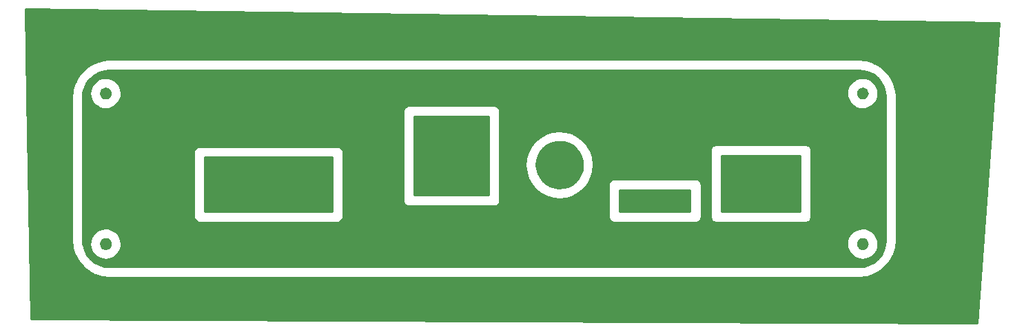
<source format=gbr>
%TF.GenerationSoftware,KiCad,Pcbnew,5.0.2+dfsg1-1*%
%TF.CreationDate,2021-08-12T08:10:28+08:00*%
%TF.ProjectId,shell_1,7368656c-6c5f-4312-9e6b-696361645f70,rev?*%
%TF.SameCoordinates,Original*%
%TF.FileFunction,Copper,L1,Top*%
%TF.FilePolarity,Positive*%
%FSLAX46Y46*%
G04 Gerber Fmt 4.6, Leading zero omitted, Abs format (unit mm)*
G04 Created by KiCad (PCBNEW 5.0.2+dfsg1-1) date 2021年08月12日 星期四 08时10分28秒*
%MOMM*%
%LPD*%
G01*
G04 APERTURE LIST*
%TA.AperFunction,NonConductor*%
%ADD10C,0.254000*%
%TD*%
G04 APERTURE END LIST*
D10*
G36*
X213274410Y-94816306D02*
X210600301Y-131749284D01*
X94308041Y-131242343D01*
X93838410Y-103967582D01*
X99340000Y-103967582D01*
X99340001Y-121532419D01*
X99342988Y-121562744D01*
X99342813Y-121587743D01*
X99343713Y-121596914D01*
X99425315Y-122373302D01*
X99437338Y-122431871D01*
X99448551Y-122490657D01*
X99451215Y-122499479D01*
X99682063Y-123245229D01*
X99705238Y-123300359D01*
X99727652Y-123355838D01*
X99731979Y-123363974D01*
X100103282Y-124050684D01*
X100136727Y-124100268D01*
X100169487Y-124150331D01*
X100175311Y-124157472D01*
X100672924Y-124758983D01*
X100715376Y-124801140D01*
X100757223Y-124843873D01*
X100764318Y-124849741D01*
X100764324Y-124849747D01*
X100764331Y-124849751D01*
X101369294Y-125343148D01*
X101419087Y-125376230D01*
X101468476Y-125410048D01*
X101476583Y-125414430D01*
X102165867Y-125780930D01*
X102221182Y-125803729D01*
X102276154Y-125827290D01*
X102284957Y-125830015D01*
X103032302Y-126055652D01*
X103091011Y-126067277D01*
X103149494Y-126079708D01*
X103158657Y-126080671D01*
X103158659Y-126080671D01*
X103935596Y-126156850D01*
X103935598Y-126156850D01*
X103967581Y-126160000D01*
X196032419Y-126160000D01*
X196062753Y-126157012D01*
X196087743Y-126157187D01*
X196096914Y-126156287D01*
X196873302Y-126074685D01*
X196931871Y-126062662D01*
X196990657Y-126051449D01*
X196999479Y-126048785D01*
X197745229Y-125817937D01*
X197800359Y-125794762D01*
X197855838Y-125772348D01*
X197863974Y-125768021D01*
X198550684Y-125396718D01*
X198600268Y-125363273D01*
X198650331Y-125330513D01*
X198657472Y-125324689D01*
X199258983Y-124827076D01*
X199301140Y-124784624D01*
X199343873Y-124742777D01*
X199349741Y-124735682D01*
X199349747Y-124735676D01*
X199349751Y-124735669D01*
X199843148Y-124130706D01*
X199876230Y-124080913D01*
X199910048Y-124031524D01*
X199914430Y-124023417D01*
X200280930Y-123334133D01*
X200303729Y-123278818D01*
X200327290Y-123223846D01*
X200330015Y-123215043D01*
X200555652Y-122467698D01*
X200567277Y-122408989D01*
X200579708Y-122350506D01*
X200580671Y-122341341D01*
X200656850Y-121564404D01*
X200656850Y-121564402D01*
X200660000Y-121532419D01*
X200660000Y-103967581D01*
X200657012Y-103937247D01*
X200657187Y-103912257D01*
X200656287Y-103903086D01*
X200574685Y-103126699D01*
X200562658Y-103068106D01*
X200551448Y-103009342D01*
X200548785Y-103000520D01*
X200317937Y-102254771D01*
X200294749Y-102199608D01*
X200272347Y-102144162D01*
X200268021Y-102136026D01*
X199896718Y-101449316D01*
X199863279Y-101399741D01*
X199830514Y-101349670D01*
X199824689Y-101342529D01*
X199327076Y-100741017D01*
X199284621Y-100698858D01*
X199242776Y-100656127D01*
X199235676Y-100650253D01*
X198630705Y-100156852D01*
X198580904Y-100123764D01*
X198531524Y-100089953D01*
X198523418Y-100085570D01*
X197834133Y-99719071D01*
X197778839Y-99696280D01*
X197723846Y-99672710D01*
X197715043Y-99669985D01*
X196967698Y-99444348D01*
X196908995Y-99432725D01*
X196850506Y-99420292D01*
X196841342Y-99419329D01*
X196064404Y-99343150D01*
X196064402Y-99343150D01*
X196032419Y-99340000D01*
X103967581Y-99340000D01*
X103937247Y-99342988D01*
X103912257Y-99342813D01*
X103903086Y-99343713D01*
X103126699Y-99425315D01*
X103068106Y-99437342D01*
X103009342Y-99448552D01*
X103000520Y-99451215D01*
X102254771Y-99682063D01*
X102199608Y-99705251D01*
X102144162Y-99727653D01*
X102136026Y-99731979D01*
X101449316Y-100103282D01*
X101399741Y-100136721D01*
X101349670Y-100169486D01*
X101342529Y-100175311D01*
X100741017Y-100672924D01*
X100698863Y-100715374D01*
X100656127Y-100757224D01*
X100650253Y-100764324D01*
X100156852Y-101369295D01*
X100123764Y-101419096D01*
X100089953Y-101468476D01*
X100085570Y-101476582D01*
X99719071Y-102165867D01*
X99696280Y-102221161D01*
X99672710Y-102276154D01*
X99669985Y-102284957D01*
X99444348Y-103032302D01*
X99432725Y-103091005D01*
X99420292Y-103149494D01*
X99419329Y-103158658D01*
X99343150Y-103935596D01*
X99340000Y-103967582D01*
X93838410Y-103967582D01*
X93652037Y-93143620D01*
X213274410Y-94816306D01*
X213274410Y-94816306D01*
G37*
X213274410Y-94816306D02*
X210600301Y-131749284D01*
X94308041Y-131242343D01*
X93838410Y-103967582D01*
X99340000Y-103967582D01*
X99340001Y-121532419D01*
X99342988Y-121562744D01*
X99342813Y-121587743D01*
X99343713Y-121596914D01*
X99425315Y-122373302D01*
X99437338Y-122431871D01*
X99448551Y-122490657D01*
X99451215Y-122499479D01*
X99682063Y-123245229D01*
X99705238Y-123300359D01*
X99727652Y-123355838D01*
X99731979Y-123363974D01*
X100103282Y-124050684D01*
X100136727Y-124100268D01*
X100169487Y-124150331D01*
X100175311Y-124157472D01*
X100672924Y-124758983D01*
X100715376Y-124801140D01*
X100757223Y-124843873D01*
X100764318Y-124849741D01*
X100764324Y-124849747D01*
X100764331Y-124849751D01*
X101369294Y-125343148D01*
X101419087Y-125376230D01*
X101468476Y-125410048D01*
X101476583Y-125414430D01*
X102165867Y-125780930D01*
X102221182Y-125803729D01*
X102276154Y-125827290D01*
X102284957Y-125830015D01*
X103032302Y-126055652D01*
X103091011Y-126067277D01*
X103149494Y-126079708D01*
X103158657Y-126080671D01*
X103158659Y-126080671D01*
X103935596Y-126156850D01*
X103935598Y-126156850D01*
X103967581Y-126160000D01*
X196032419Y-126160000D01*
X196062753Y-126157012D01*
X196087743Y-126157187D01*
X196096914Y-126156287D01*
X196873302Y-126074685D01*
X196931871Y-126062662D01*
X196990657Y-126051449D01*
X196999479Y-126048785D01*
X197745229Y-125817937D01*
X197800359Y-125794762D01*
X197855838Y-125772348D01*
X197863974Y-125768021D01*
X198550684Y-125396718D01*
X198600268Y-125363273D01*
X198650331Y-125330513D01*
X198657472Y-125324689D01*
X199258983Y-124827076D01*
X199301140Y-124784624D01*
X199343873Y-124742777D01*
X199349741Y-124735682D01*
X199349747Y-124735676D01*
X199349751Y-124735669D01*
X199843148Y-124130706D01*
X199876230Y-124080913D01*
X199910048Y-124031524D01*
X199914430Y-124023417D01*
X200280930Y-123334133D01*
X200303729Y-123278818D01*
X200327290Y-123223846D01*
X200330015Y-123215043D01*
X200555652Y-122467698D01*
X200567277Y-122408989D01*
X200579708Y-122350506D01*
X200580671Y-122341341D01*
X200656850Y-121564404D01*
X200656850Y-121564402D01*
X200660000Y-121532419D01*
X200660000Y-103967581D01*
X200657012Y-103937247D01*
X200657187Y-103912257D01*
X200656287Y-103903086D01*
X200574685Y-103126699D01*
X200562658Y-103068106D01*
X200551448Y-103009342D01*
X200548785Y-103000520D01*
X200317937Y-102254771D01*
X200294749Y-102199608D01*
X200272347Y-102144162D01*
X200268021Y-102136026D01*
X199896718Y-101449316D01*
X199863279Y-101399741D01*
X199830514Y-101349670D01*
X199824689Y-101342529D01*
X199327076Y-100741017D01*
X199284621Y-100698858D01*
X199242776Y-100656127D01*
X199235676Y-100650253D01*
X198630705Y-100156852D01*
X198580904Y-100123764D01*
X198531524Y-100089953D01*
X198523418Y-100085570D01*
X197834133Y-99719071D01*
X197778839Y-99696280D01*
X197723846Y-99672710D01*
X197715043Y-99669985D01*
X196967698Y-99444348D01*
X196908995Y-99432725D01*
X196850506Y-99420292D01*
X196841342Y-99419329D01*
X196064404Y-99343150D01*
X196064402Y-99343150D01*
X196032419Y-99340000D01*
X103967581Y-99340000D01*
X103937247Y-99342988D01*
X103912257Y-99342813D01*
X103903086Y-99343713D01*
X103126699Y-99425315D01*
X103068106Y-99437342D01*
X103009342Y-99448552D01*
X103000520Y-99451215D01*
X102254771Y-99682063D01*
X102199608Y-99705251D01*
X102144162Y-99727653D01*
X102136026Y-99731979D01*
X101449316Y-100103282D01*
X101399741Y-100136721D01*
X101349670Y-100169486D01*
X101342529Y-100175311D01*
X100741017Y-100672924D01*
X100698863Y-100715374D01*
X100656127Y-100757224D01*
X100650253Y-100764324D01*
X100156852Y-101369295D01*
X100123764Y-101419096D01*
X100089953Y-101468476D01*
X100085570Y-101476582D01*
X99719071Y-102165867D01*
X99696280Y-102221161D01*
X99672710Y-102276154D01*
X99669985Y-102284957D01*
X99444348Y-103032302D01*
X99432725Y-103091005D01*
X99420292Y-103149494D01*
X99419329Y-103158658D01*
X99343150Y-103935596D01*
X99340000Y-103967582D01*
X93838410Y-103967582D01*
X93652037Y-93143620D01*
X213274410Y-94816306D01*
G36*
X196648126Y-100726714D02*
X197271572Y-100914943D01*
X197846579Y-101220681D01*
X198351247Y-101632279D01*
X198766362Y-102134067D01*
X199076105Y-102706924D01*
X199268682Y-103329039D01*
X199340001Y-104007594D01*
X199340000Y-121467721D01*
X199273286Y-122148126D01*
X199085057Y-122771570D01*
X198779323Y-123346573D01*
X198367721Y-123851248D01*
X197865933Y-124266362D01*
X197293077Y-124576104D01*
X196670961Y-124768682D01*
X195992417Y-124840000D01*
X104032279Y-124840000D01*
X103351874Y-124773286D01*
X102728430Y-124585057D01*
X102153427Y-124279323D01*
X101648752Y-123867721D01*
X101233638Y-123365933D01*
X100923896Y-122793077D01*
X100731318Y-122170961D01*
X100716182Y-122026947D01*
X101570188Y-122026947D01*
X101612175Y-122401270D01*
X101726069Y-122760308D01*
X101907531Y-123090386D01*
X102149650Y-123378932D01*
X102443203Y-123614955D01*
X102777009Y-123789465D01*
X103138354Y-123895814D01*
X103513474Y-123929953D01*
X103888080Y-123890580D01*
X104247905Y-123779196D01*
X104579242Y-123600043D01*
X104869472Y-123359944D01*
X105107538Y-123068046D01*
X105284374Y-122735466D01*
X105393243Y-122374872D01*
X105427357Y-122026947D01*
X194570188Y-122026947D01*
X194612175Y-122401270D01*
X194726069Y-122760308D01*
X194907531Y-123090386D01*
X195149650Y-123378932D01*
X195443203Y-123614955D01*
X195777009Y-123789465D01*
X196138354Y-123895814D01*
X196513474Y-123929953D01*
X196888080Y-123890580D01*
X197247905Y-123779196D01*
X197579242Y-123600043D01*
X197869472Y-123359944D01*
X198107538Y-123068046D01*
X198284374Y-122735466D01*
X198393243Y-122374872D01*
X198430000Y-122000000D01*
X198429248Y-121946111D01*
X198382038Y-121572411D01*
X198263143Y-121214998D01*
X198077090Y-120887486D01*
X197830966Y-120602348D01*
X197534146Y-120370447D01*
X197197935Y-120200615D01*
X196835141Y-120099321D01*
X196459581Y-120070423D01*
X196085561Y-120115023D01*
X195727326Y-120231420D01*
X195398523Y-120415182D01*
X195111674Y-120659309D01*
X194877706Y-120954503D01*
X194705531Y-121289520D01*
X194601707Y-121651598D01*
X194570188Y-122026947D01*
X105427357Y-122026947D01*
X105430000Y-122000000D01*
X105429248Y-121946111D01*
X105382038Y-121572411D01*
X105263143Y-121214998D01*
X105077090Y-120887486D01*
X104830966Y-120602348D01*
X104534146Y-120370447D01*
X104197935Y-120200615D01*
X103835141Y-120099321D01*
X103459581Y-120070423D01*
X103085561Y-120115023D01*
X102727326Y-120231420D01*
X102398523Y-120415182D01*
X102111674Y-120659309D01*
X101877706Y-120954503D01*
X101705531Y-121289520D01*
X101601707Y-121651598D01*
X101570188Y-122026947D01*
X100716182Y-122026947D01*
X100660000Y-121492417D01*
X100660000Y-110700000D01*
X114336807Y-110700000D01*
X114340000Y-110732419D01*
X114340001Y-118667571D01*
X114336807Y-118700000D01*
X114349550Y-118829383D01*
X114387290Y-118953793D01*
X114448575Y-119068450D01*
X114531052Y-119168948D01*
X114631550Y-119251425D01*
X114746207Y-119312710D01*
X114870617Y-119350450D01*
X114967581Y-119360000D01*
X115000000Y-119363193D01*
X115032419Y-119360000D01*
X131967581Y-119360000D01*
X132000000Y-119363193D01*
X132032419Y-119360000D01*
X132129383Y-119350450D01*
X132253793Y-119312710D01*
X132368450Y-119251425D01*
X132468948Y-119168948D01*
X132551425Y-119068450D01*
X132612710Y-118953793D01*
X132650450Y-118829383D01*
X132663193Y-118700000D01*
X132660000Y-118667581D01*
X132660000Y-110732419D01*
X132663193Y-110700000D01*
X132650450Y-110570617D01*
X132612710Y-110446207D01*
X132551425Y-110331550D01*
X132468948Y-110231052D01*
X132368450Y-110148575D01*
X132253793Y-110087290D01*
X132129383Y-110049550D01*
X132032419Y-110040000D01*
X132000000Y-110036807D01*
X131967581Y-110040000D01*
X115032419Y-110040000D01*
X115000000Y-110036807D01*
X114967581Y-110040000D01*
X114870617Y-110049550D01*
X114746207Y-110087290D01*
X114631550Y-110148575D01*
X114531052Y-110231052D01*
X114448575Y-110331550D01*
X114387290Y-110446207D01*
X114349550Y-110570617D01*
X114336807Y-110700000D01*
X100660000Y-110700000D01*
X100660000Y-105700000D01*
X140061686Y-105700000D01*
X140065001Y-105733657D01*
X140065000Y-116666353D01*
X140061686Y-116700000D01*
X140074912Y-116834283D01*
X140114081Y-116963406D01*
X140177688Y-117082407D01*
X140263289Y-117186711D01*
X140367593Y-117272312D01*
X140486594Y-117335919D01*
X140615717Y-117375088D01*
X140750000Y-117388314D01*
X140783647Y-117385000D01*
X151216353Y-117385000D01*
X151250000Y-117388314D01*
X151384283Y-117375088D01*
X151513406Y-117335919D01*
X151632407Y-117272312D01*
X151736711Y-117186711D01*
X151822312Y-117082407D01*
X151885919Y-116963406D01*
X151925088Y-116834283D01*
X151935000Y-116733647D01*
X151935000Y-116733646D01*
X151938314Y-116700000D01*
X151935000Y-116666353D01*
X151935000Y-112358362D01*
X155080407Y-112358362D01*
X155171343Y-113169071D01*
X155418014Y-113946677D01*
X155811026Y-114661562D01*
X156335407Y-115286496D01*
X156971186Y-115797675D01*
X157694144Y-116175629D01*
X158476746Y-116405961D01*
X159289182Y-116479898D01*
X160100506Y-116394625D01*
X160879815Y-116153388D01*
X161597426Y-115765377D01*
X162226006Y-115245371D01*
X162670799Y-114700000D01*
X165311686Y-114700000D01*
X165315000Y-114733647D01*
X165315001Y-118666343D01*
X165311686Y-118700000D01*
X165324912Y-118834283D01*
X165364081Y-118963406D01*
X165427688Y-119082407D01*
X165513289Y-119186711D01*
X165617593Y-119272312D01*
X165736594Y-119335919D01*
X165865717Y-119375088D01*
X165966353Y-119385000D01*
X166000000Y-119388314D01*
X166033647Y-119385000D01*
X175966353Y-119385000D01*
X176000000Y-119388314D01*
X176134283Y-119375088D01*
X176263406Y-119335919D01*
X176382407Y-119272312D01*
X176486711Y-119186711D01*
X176572312Y-119082407D01*
X176635919Y-118963406D01*
X176675088Y-118834283D01*
X176685000Y-118733647D01*
X176685000Y-118733646D01*
X176688314Y-118700000D01*
X176685000Y-118666353D01*
X176685000Y-114733647D01*
X176688314Y-114700000D01*
X176675088Y-114565717D01*
X176635919Y-114436594D01*
X176572312Y-114317593D01*
X176486711Y-114213289D01*
X176382407Y-114127688D01*
X176263406Y-114064081D01*
X176134283Y-114024912D01*
X176033647Y-114015000D01*
X176000000Y-114011686D01*
X175966353Y-114015000D01*
X166033647Y-114015000D01*
X166000000Y-114011686D01*
X165966353Y-114015000D01*
X165865717Y-114024912D01*
X165736594Y-114064081D01*
X165617593Y-114127688D01*
X165513289Y-114213289D01*
X165427688Y-114317593D01*
X165364081Y-114436594D01*
X165324912Y-114565717D01*
X165311686Y-114700000D01*
X162670799Y-114700000D01*
X162741611Y-114613177D01*
X163124602Y-113892874D01*
X163360393Y-113111900D01*
X163440000Y-112300000D01*
X163438370Y-112183288D01*
X163336124Y-111373927D01*
X163078620Y-110599841D01*
X163021903Y-110500000D01*
X177811686Y-110500000D01*
X177815001Y-110533657D01*
X177815000Y-118666353D01*
X177811686Y-118700000D01*
X177824912Y-118834283D01*
X177864081Y-118963406D01*
X177927688Y-119082407D01*
X178013289Y-119186711D01*
X178117593Y-119272312D01*
X178236594Y-119335919D01*
X178365717Y-119375088D01*
X178500000Y-119388314D01*
X178533647Y-119385000D01*
X189466353Y-119385000D01*
X189500000Y-119388314D01*
X189634283Y-119375088D01*
X189763406Y-119335919D01*
X189882407Y-119272312D01*
X189986711Y-119186711D01*
X190072312Y-119082407D01*
X190135919Y-118963406D01*
X190175088Y-118834283D01*
X190185000Y-118733647D01*
X190185000Y-118733646D01*
X190188314Y-118700000D01*
X190185000Y-118666353D01*
X190185000Y-110533647D01*
X190188314Y-110500000D01*
X190175088Y-110365717D01*
X190135919Y-110236594D01*
X190072312Y-110117593D01*
X189986711Y-110013289D01*
X189882407Y-109927688D01*
X189763406Y-109864081D01*
X189634283Y-109824912D01*
X189533647Y-109815000D01*
X189500000Y-109811686D01*
X189466353Y-109815000D01*
X178533647Y-109815000D01*
X178500000Y-109811686D01*
X178466353Y-109815000D01*
X178365717Y-109824912D01*
X178236594Y-109864081D01*
X178117593Y-109927688D01*
X178013289Y-110013289D01*
X177927688Y-110117593D01*
X177864081Y-110236594D01*
X177824912Y-110365717D01*
X177811686Y-110500000D01*
X163021903Y-110500000D01*
X162675666Y-109890513D01*
X162142610Y-109272962D01*
X161499756Y-108770709D01*
X160771591Y-108402887D01*
X159985849Y-108183504D01*
X159172461Y-108120917D01*
X158362406Y-108217510D01*
X157586541Y-108469604D01*
X156874417Y-108867596D01*
X156253160Y-109396328D01*
X155746432Y-110035660D01*
X155373534Y-110761239D01*
X155148671Y-111545430D01*
X155080407Y-112358362D01*
X151935000Y-112358362D01*
X151935000Y-105733647D01*
X151938314Y-105700000D01*
X151925088Y-105565717D01*
X151885919Y-105436594D01*
X151822312Y-105317593D01*
X151736711Y-105213289D01*
X151632407Y-105127688D01*
X151513406Y-105064081D01*
X151384283Y-105024912D01*
X151283647Y-105015000D01*
X151250000Y-105011686D01*
X151216353Y-105015000D01*
X140783647Y-105015000D01*
X140750000Y-105011686D01*
X140716353Y-105015000D01*
X140615717Y-105024912D01*
X140486594Y-105064081D01*
X140367593Y-105127688D01*
X140263289Y-105213289D01*
X140177688Y-105317593D01*
X140114081Y-105436594D01*
X140074912Y-105565717D01*
X140061686Y-105700000D01*
X100660000Y-105700000D01*
X100660000Y-104032278D01*
X100709547Y-103526947D01*
X101570188Y-103526947D01*
X101612175Y-103901270D01*
X101726069Y-104260308D01*
X101907531Y-104590386D01*
X102149650Y-104878932D01*
X102443203Y-105114955D01*
X102777009Y-105289465D01*
X103138354Y-105395814D01*
X103513474Y-105429953D01*
X103888080Y-105390580D01*
X104247905Y-105279196D01*
X104579242Y-105100043D01*
X104869472Y-104859944D01*
X105107538Y-104568046D01*
X105284374Y-104235466D01*
X105393243Y-103874872D01*
X105427357Y-103526947D01*
X194570188Y-103526947D01*
X194612175Y-103901270D01*
X194726069Y-104260308D01*
X194907531Y-104590386D01*
X195149650Y-104878932D01*
X195443203Y-105114955D01*
X195777009Y-105289465D01*
X196138354Y-105395814D01*
X196513474Y-105429953D01*
X196888080Y-105390580D01*
X197247905Y-105279196D01*
X197579242Y-105100043D01*
X197869472Y-104859944D01*
X198107538Y-104568046D01*
X198284374Y-104235466D01*
X198393243Y-103874872D01*
X198430000Y-103500000D01*
X198429248Y-103446111D01*
X198382038Y-103072411D01*
X198263143Y-102714998D01*
X198077090Y-102387486D01*
X197830966Y-102102348D01*
X197534146Y-101870447D01*
X197197935Y-101700615D01*
X196835141Y-101599321D01*
X196459581Y-101570423D01*
X196085561Y-101615023D01*
X195727326Y-101731420D01*
X195398523Y-101915182D01*
X195111674Y-102159309D01*
X194877706Y-102454503D01*
X194705531Y-102789520D01*
X194601707Y-103151598D01*
X194570188Y-103526947D01*
X105427357Y-103526947D01*
X105430000Y-103500000D01*
X105429248Y-103446111D01*
X105382038Y-103072411D01*
X105263143Y-102714998D01*
X105077090Y-102387486D01*
X104830966Y-102102348D01*
X104534146Y-101870447D01*
X104197935Y-101700615D01*
X103835141Y-101599321D01*
X103459581Y-101570423D01*
X103085561Y-101615023D01*
X102727326Y-101731420D01*
X102398523Y-101915182D01*
X102111674Y-102159309D01*
X101877706Y-102454503D01*
X101705531Y-102789520D01*
X101601707Y-103151598D01*
X101570188Y-103526947D01*
X100709547Y-103526947D01*
X100726714Y-103351874D01*
X100914943Y-102728428D01*
X101220681Y-102153421D01*
X101632279Y-101648753D01*
X102134067Y-101233638D01*
X102706924Y-100923895D01*
X103329039Y-100731318D01*
X104007584Y-100660000D01*
X195967722Y-100660000D01*
X196648126Y-100726714D01*
X196648126Y-100726714D01*
G37*
X196648126Y-100726714D02*
X197271572Y-100914943D01*
X197846579Y-101220681D01*
X198351247Y-101632279D01*
X198766362Y-102134067D01*
X199076105Y-102706924D01*
X199268682Y-103329039D01*
X199340001Y-104007594D01*
X199340000Y-121467721D01*
X199273286Y-122148126D01*
X199085057Y-122771570D01*
X198779323Y-123346573D01*
X198367721Y-123851248D01*
X197865933Y-124266362D01*
X197293077Y-124576104D01*
X196670961Y-124768682D01*
X195992417Y-124840000D01*
X104032279Y-124840000D01*
X103351874Y-124773286D01*
X102728430Y-124585057D01*
X102153427Y-124279323D01*
X101648752Y-123867721D01*
X101233638Y-123365933D01*
X100923896Y-122793077D01*
X100731318Y-122170961D01*
X100716182Y-122026947D01*
X101570188Y-122026947D01*
X101612175Y-122401270D01*
X101726069Y-122760308D01*
X101907531Y-123090386D01*
X102149650Y-123378932D01*
X102443203Y-123614955D01*
X102777009Y-123789465D01*
X103138354Y-123895814D01*
X103513474Y-123929953D01*
X103888080Y-123890580D01*
X104247905Y-123779196D01*
X104579242Y-123600043D01*
X104869472Y-123359944D01*
X105107538Y-123068046D01*
X105284374Y-122735466D01*
X105393243Y-122374872D01*
X105427357Y-122026947D01*
X194570188Y-122026947D01*
X194612175Y-122401270D01*
X194726069Y-122760308D01*
X194907531Y-123090386D01*
X195149650Y-123378932D01*
X195443203Y-123614955D01*
X195777009Y-123789465D01*
X196138354Y-123895814D01*
X196513474Y-123929953D01*
X196888080Y-123890580D01*
X197247905Y-123779196D01*
X197579242Y-123600043D01*
X197869472Y-123359944D01*
X198107538Y-123068046D01*
X198284374Y-122735466D01*
X198393243Y-122374872D01*
X198430000Y-122000000D01*
X198429248Y-121946111D01*
X198382038Y-121572411D01*
X198263143Y-121214998D01*
X198077090Y-120887486D01*
X197830966Y-120602348D01*
X197534146Y-120370447D01*
X197197935Y-120200615D01*
X196835141Y-120099321D01*
X196459581Y-120070423D01*
X196085561Y-120115023D01*
X195727326Y-120231420D01*
X195398523Y-120415182D01*
X195111674Y-120659309D01*
X194877706Y-120954503D01*
X194705531Y-121289520D01*
X194601707Y-121651598D01*
X194570188Y-122026947D01*
X105427357Y-122026947D01*
X105430000Y-122000000D01*
X105429248Y-121946111D01*
X105382038Y-121572411D01*
X105263143Y-121214998D01*
X105077090Y-120887486D01*
X104830966Y-120602348D01*
X104534146Y-120370447D01*
X104197935Y-120200615D01*
X103835141Y-120099321D01*
X103459581Y-120070423D01*
X103085561Y-120115023D01*
X102727326Y-120231420D01*
X102398523Y-120415182D01*
X102111674Y-120659309D01*
X101877706Y-120954503D01*
X101705531Y-121289520D01*
X101601707Y-121651598D01*
X101570188Y-122026947D01*
X100716182Y-122026947D01*
X100660000Y-121492417D01*
X100660000Y-110700000D01*
X114336807Y-110700000D01*
X114340000Y-110732419D01*
X114340001Y-118667571D01*
X114336807Y-118700000D01*
X114349550Y-118829383D01*
X114387290Y-118953793D01*
X114448575Y-119068450D01*
X114531052Y-119168948D01*
X114631550Y-119251425D01*
X114746207Y-119312710D01*
X114870617Y-119350450D01*
X114967581Y-119360000D01*
X115000000Y-119363193D01*
X115032419Y-119360000D01*
X131967581Y-119360000D01*
X132000000Y-119363193D01*
X132032419Y-119360000D01*
X132129383Y-119350450D01*
X132253793Y-119312710D01*
X132368450Y-119251425D01*
X132468948Y-119168948D01*
X132551425Y-119068450D01*
X132612710Y-118953793D01*
X132650450Y-118829383D01*
X132663193Y-118700000D01*
X132660000Y-118667581D01*
X132660000Y-110732419D01*
X132663193Y-110700000D01*
X132650450Y-110570617D01*
X132612710Y-110446207D01*
X132551425Y-110331550D01*
X132468948Y-110231052D01*
X132368450Y-110148575D01*
X132253793Y-110087290D01*
X132129383Y-110049550D01*
X132032419Y-110040000D01*
X132000000Y-110036807D01*
X131967581Y-110040000D01*
X115032419Y-110040000D01*
X115000000Y-110036807D01*
X114967581Y-110040000D01*
X114870617Y-110049550D01*
X114746207Y-110087290D01*
X114631550Y-110148575D01*
X114531052Y-110231052D01*
X114448575Y-110331550D01*
X114387290Y-110446207D01*
X114349550Y-110570617D01*
X114336807Y-110700000D01*
X100660000Y-110700000D01*
X100660000Y-105700000D01*
X140061686Y-105700000D01*
X140065001Y-105733657D01*
X140065000Y-116666353D01*
X140061686Y-116700000D01*
X140074912Y-116834283D01*
X140114081Y-116963406D01*
X140177688Y-117082407D01*
X140263289Y-117186711D01*
X140367593Y-117272312D01*
X140486594Y-117335919D01*
X140615717Y-117375088D01*
X140750000Y-117388314D01*
X140783647Y-117385000D01*
X151216353Y-117385000D01*
X151250000Y-117388314D01*
X151384283Y-117375088D01*
X151513406Y-117335919D01*
X151632407Y-117272312D01*
X151736711Y-117186711D01*
X151822312Y-117082407D01*
X151885919Y-116963406D01*
X151925088Y-116834283D01*
X151935000Y-116733647D01*
X151935000Y-116733646D01*
X151938314Y-116700000D01*
X151935000Y-116666353D01*
X151935000Y-112358362D01*
X155080407Y-112358362D01*
X155171343Y-113169071D01*
X155418014Y-113946677D01*
X155811026Y-114661562D01*
X156335407Y-115286496D01*
X156971186Y-115797675D01*
X157694144Y-116175629D01*
X158476746Y-116405961D01*
X159289182Y-116479898D01*
X160100506Y-116394625D01*
X160879815Y-116153388D01*
X161597426Y-115765377D01*
X162226006Y-115245371D01*
X162670799Y-114700000D01*
X165311686Y-114700000D01*
X165315000Y-114733647D01*
X165315001Y-118666343D01*
X165311686Y-118700000D01*
X165324912Y-118834283D01*
X165364081Y-118963406D01*
X165427688Y-119082407D01*
X165513289Y-119186711D01*
X165617593Y-119272312D01*
X165736594Y-119335919D01*
X165865717Y-119375088D01*
X165966353Y-119385000D01*
X166000000Y-119388314D01*
X166033647Y-119385000D01*
X175966353Y-119385000D01*
X176000000Y-119388314D01*
X176134283Y-119375088D01*
X176263406Y-119335919D01*
X176382407Y-119272312D01*
X176486711Y-119186711D01*
X176572312Y-119082407D01*
X176635919Y-118963406D01*
X176675088Y-118834283D01*
X176685000Y-118733647D01*
X176685000Y-118733646D01*
X176688314Y-118700000D01*
X176685000Y-118666353D01*
X176685000Y-114733647D01*
X176688314Y-114700000D01*
X176675088Y-114565717D01*
X176635919Y-114436594D01*
X176572312Y-114317593D01*
X176486711Y-114213289D01*
X176382407Y-114127688D01*
X176263406Y-114064081D01*
X176134283Y-114024912D01*
X176033647Y-114015000D01*
X176000000Y-114011686D01*
X175966353Y-114015000D01*
X166033647Y-114015000D01*
X166000000Y-114011686D01*
X165966353Y-114015000D01*
X165865717Y-114024912D01*
X165736594Y-114064081D01*
X165617593Y-114127688D01*
X165513289Y-114213289D01*
X165427688Y-114317593D01*
X165364081Y-114436594D01*
X165324912Y-114565717D01*
X165311686Y-114700000D01*
X162670799Y-114700000D01*
X162741611Y-114613177D01*
X163124602Y-113892874D01*
X163360393Y-113111900D01*
X163440000Y-112300000D01*
X163438370Y-112183288D01*
X163336124Y-111373927D01*
X163078620Y-110599841D01*
X163021903Y-110500000D01*
X177811686Y-110500000D01*
X177815001Y-110533657D01*
X177815000Y-118666353D01*
X177811686Y-118700000D01*
X177824912Y-118834283D01*
X177864081Y-118963406D01*
X177927688Y-119082407D01*
X178013289Y-119186711D01*
X178117593Y-119272312D01*
X178236594Y-119335919D01*
X178365717Y-119375088D01*
X178500000Y-119388314D01*
X178533647Y-119385000D01*
X189466353Y-119385000D01*
X189500000Y-119388314D01*
X189634283Y-119375088D01*
X189763406Y-119335919D01*
X189882407Y-119272312D01*
X189986711Y-119186711D01*
X190072312Y-119082407D01*
X190135919Y-118963406D01*
X190175088Y-118834283D01*
X190185000Y-118733647D01*
X190185000Y-118733646D01*
X190188314Y-118700000D01*
X190185000Y-118666353D01*
X190185000Y-110533647D01*
X190188314Y-110500000D01*
X190175088Y-110365717D01*
X190135919Y-110236594D01*
X190072312Y-110117593D01*
X189986711Y-110013289D01*
X189882407Y-109927688D01*
X189763406Y-109864081D01*
X189634283Y-109824912D01*
X189533647Y-109815000D01*
X189500000Y-109811686D01*
X189466353Y-109815000D01*
X178533647Y-109815000D01*
X178500000Y-109811686D01*
X178466353Y-109815000D01*
X178365717Y-109824912D01*
X178236594Y-109864081D01*
X178117593Y-109927688D01*
X178013289Y-110013289D01*
X177927688Y-110117593D01*
X177864081Y-110236594D01*
X177824912Y-110365717D01*
X177811686Y-110500000D01*
X163021903Y-110500000D01*
X162675666Y-109890513D01*
X162142610Y-109272962D01*
X161499756Y-108770709D01*
X160771591Y-108402887D01*
X159985849Y-108183504D01*
X159172461Y-108120917D01*
X158362406Y-108217510D01*
X157586541Y-108469604D01*
X156874417Y-108867596D01*
X156253160Y-109396328D01*
X155746432Y-110035660D01*
X155373534Y-110761239D01*
X155148671Y-111545430D01*
X155080407Y-112358362D01*
X151935000Y-112358362D01*
X151935000Y-105733647D01*
X151938314Y-105700000D01*
X151925088Y-105565717D01*
X151885919Y-105436594D01*
X151822312Y-105317593D01*
X151736711Y-105213289D01*
X151632407Y-105127688D01*
X151513406Y-105064081D01*
X151384283Y-105024912D01*
X151283647Y-105015000D01*
X151250000Y-105011686D01*
X151216353Y-105015000D01*
X140783647Y-105015000D01*
X140750000Y-105011686D01*
X140716353Y-105015000D01*
X140615717Y-105024912D01*
X140486594Y-105064081D01*
X140367593Y-105127688D01*
X140263289Y-105213289D01*
X140177688Y-105317593D01*
X140114081Y-105436594D01*
X140074912Y-105565717D01*
X140061686Y-105700000D01*
X100660000Y-105700000D01*
X100660000Y-104032278D01*
X100709547Y-103526947D01*
X101570188Y-103526947D01*
X101612175Y-103901270D01*
X101726069Y-104260308D01*
X101907531Y-104590386D01*
X102149650Y-104878932D01*
X102443203Y-105114955D01*
X102777009Y-105289465D01*
X103138354Y-105395814D01*
X103513474Y-105429953D01*
X103888080Y-105390580D01*
X104247905Y-105279196D01*
X104579242Y-105100043D01*
X104869472Y-104859944D01*
X105107538Y-104568046D01*
X105284374Y-104235466D01*
X105393243Y-103874872D01*
X105427357Y-103526947D01*
X194570188Y-103526947D01*
X194612175Y-103901270D01*
X194726069Y-104260308D01*
X194907531Y-104590386D01*
X195149650Y-104878932D01*
X195443203Y-105114955D01*
X195777009Y-105289465D01*
X196138354Y-105395814D01*
X196513474Y-105429953D01*
X196888080Y-105390580D01*
X197247905Y-105279196D01*
X197579242Y-105100043D01*
X197869472Y-104859944D01*
X198107538Y-104568046D01*
X198284374Y-104235466D01*
X198393243Y-103874872D01*
X198430000Y-103500000D01*
X198429248Y-103446111D01*
X198382038Y-103072411D01*
X198263143Y-102714998D01*
X198077090Y-102387486D01*
X197830966Y-102102348D01*
X197534146Y-101870447D01*
X197197935Y-101700615D01*
X196835141Y-101599321D01*
X196459581Y-101570423D01*
X196085561Y-101615023D01*
X195727326Y-101731420D01*
X195398523Y-101915182D01*
X195111674Y-102159309D01*
X194877706Y-102454503D01*
X194705531Y-102789520D01*
X194601707Y-103151598D01*
X194570188Y-103526947D01*
X105427357Y-103526947D01*
X105430000Y-103500000D01*
X105429248Y-103446111D01*
X105382038Y-103072411D01*
X105263143Y-102714998D01*
X105077090Y-102387486D01*
X104830966Y-102102348D01*
X104534146Y-101870447D01*
X104197935Y-101700615D01*
X103835141Y-101599321D01*
X103459581Y-101570423D01*
X103085561Y-101615023D01*
X102727326Y-101731420D01*
X102398523Y-101915182D01*
X102111674Y-102159309D01*
X101877706Y-102454503D01*
X101705531Y-102789520D01*
X101601707Y-103151598D01*
X101570188Y-103526947D01*
X100709547Y-103526947D01*
X100726714Y-103351874D01*
X100914943Y-102728428D01*
X101220681Y-102153421D01*
X101632279Y-101648753D01*
X102134067Y-101233638D01*
X102706924Y-100923895D01*
X103329039Y-100731318D01*
X104007584Y-100660000D01*
X195967722Y-100660000D01*
X196648126Y-100726714D01*
G36*
X103618636Y-121422051D02*
X103728634Y-121456101D01*
X103829924Y-121510868D01*
X103918647Y-121584266D01*
X103991424Y-121673499D01*
X104045482Y-121775168D01*
X104078764Y-121885402D01*
X104090000Y-122000000D01*
X104089770Y-122016474D01*
X104075338Y-122130714D01*
X104038992Y-122239975D01*
X103982115Y-122340095D01*
X103906876Y-122427261D01*
X103816138Y-122498153D01*
X103713358Y-122550071D01*
X103602452Y-122581037D01*
X103487644Y-122589871D01*
X103373306Y-122576237D01*
X103263794Y-122540654D01*
X103163279Y-122484478D01*
X103075590Y-122409848D01*
X103004066Y-122319608D01*
X102951432Y-122217193D01*
X102919693Y-122106506D01*
X102910058Y-121991762D01*
X102922893Y-121877332D01*
X102957710Y-121767574D01*
X103013183Y-121666669D01*
X103087199Y-121578461D01*
X103176938Y-121506309D01*
X103278982Y-121452962D01*
X103389445Y-121420451D01*
X103504119Y-121410014D01*
X103618636Y-121422051D01*
X103618636Y-121422051D01*
G37*
X103618636Y-121422051D02*
X103728634Y-121456101D01*
X103829924Y-121510868D01*
X103918647Y-121584266D01*
X103991424Y-121673499D01*
X104045482Y-121775168D01*
X104078764Y-121885402D01*
X104090000Y-122000000D01*
X104089770Y-122016474D01*
X104075338Y-122130714D01*
X104038992Y-122239975D01*
X103982115Y-122340095D01*
X103906876Y-122427261D01*
X103816138Y-122498153D01*
X103713358Y-122550071D01*
X103602452Y-122581037D01*
X103487644Y-122589871D01*
X103373306Y-122576237D01*
X103263794Y-122540654D01*
X103163279Y-122484478D01*
X103075590Y-122409848D01*
X103004066Y-122319608D01*
X102951432Y-122217193D01*
X102919693Y-122106506D01*
X102910058Y-121991762D01*
X102922893Y-121877332D01*
X102957710Y-121767574D01*
X103013183Y-121666669D01*
X103087199Y-121578461D01*
X103176938Y-121506309D01*
X103278982Y-121452962D01*
X103389445Y-121420451D01*
X103504119Y-121410014D01*
X103618636Y-121422051D01*
G36*
X196618636Y-121422051D02*
X196728634Y-121456101D01*
X196829924Y-121510868D01*
X196918647Y-121584266D01*
X196991424Y-121673499D01*
X197045482Y-121775168D01*
X197078764Y-121885402D01*
X197090000Y-122000000D01*
X197089770Y-122016474D01*
X197075338Y-122130714D01*
X197038992Y-122239975D01*
X196982115Y-122340095D01*
X196906876Y-122427261D01*
X196816138Y-122498153D01*
X196713358Y-122550071D01*
X196602452Y-122581037D01*
X196487644Y-122589871D01*
X196373306Y-122576237D01*
X196263794Y-122540654D01*
X196163279Y-122484478D01*
X196075590Y-122409848D01*
X196004066Y-122319608D01*
X195951432Y-122217193D01*
X195919693Y-122106506D01*
X195910058Y-121991762D01*
X195922893Y-121877332D01*
X195957710Y-121767574D01*
X196013183Y-121666669D01*
X196087199Y-121578461D01*
X196176938Y-121506309D01*
X196278982Y-121452962D01*
X196389445Y-121420451D01*
X196504119Y-121410014D01*
X196618636Y-121422051D01*
X196618636Y-121422051D01*
G37*
X196618636Y-121422051D02*
X196728634Y-121456101D01*
X196829924Y-121510868D01*
X196918647Y-121584266D01*
X196991424Y-121673499D01*
X197045482Y-121775168D01*
X197078764Y-121885402D01*
X197090000Y-122000000D01*
X197089770Y-122016474D01*
X197075338Y-122130714D01*
X197038992Y-122239975D01*
X196982115Y-122340095D01*
X196906876Y-122427261D01*
X196816138Y-122498153D01*
X196713358Y-122550071D01*
X196602452Y-122581037D01*
X196487644Y-122589871D01*
X196373306Y-122576237D01*
X196263794Y-122540654D01*
X196163279Y-122484478D01*
X196075590Y-122409848D01*
X196004066Y-122319608D01*
X195951432Y-122217193D01*
X195919693Y-122106506D01*
X195910058Y-121991762D01*
X195922893Y-121877332D01*
X195957710Y-121767574D01*
X196013183Y-121666669D01*
X196087199Y-121578461D01*
X196176938Y-121506309D01*
X196278982Y-121452962D01*
X196389445Y-121420451D01*
X196504119Y-121410014D01*
X196618636Y-121422051D01*
G36*
X175315001Y-118015000D02*
X166685000Y-118015000D01*
X166685000Y-115385000D01*
X175315000Y-115385000D01*
X175315001Y-118015000D01*
X175315001Y-118015000D01*
G37*
X175315001Y-118015000D02*
X166685000Y-118015000D01*
X166685000Y-115385000D01*
X175315000Y-115385000D01*
X175315001Y-118015000D01*
G36*
X188815001Y-118015000D02*
X179185000Y-118015000D01*
X179185000Y-111185000D01*
X188815000Y-111185000D01*
X188815001Y-118015000D01*
X188815001Y-118015000D01*
G37*
X188815001Y-118015000D02*
X179185000Y-118015000D01*
X179185000Y-111185000D01*
X188815000Y-111185000D01*
X188815001Y-118015000D01*
G36*
X131340000Y-118040000D02*
X115660000Y-118040000D01*
X115660000Y-111360000D01*
X131340001Y-111360000D01*
X131340000Y-118040000D01*
X131340000Y-118040000D01*
G37*
X131340000Y-118040000D02*
X115660000Y-118040000D01*
X115660000Y-111360000D01*
X131340001Y-111360000D01*
X131340000Y-118040000D01*
G36*
X150565001Y-116015000D02*
X141435000Y-116015000D01*
X141435000Y-106385000D01*
X150565000Y-106385000D01*
X150565001Y-116015000D01*
X150565001Y-116015000D01*
G37*
X150565001Y-116015000D02*
X141435000Y-116015000D01*
X141435000Y-106385000D01*
X150565000Y-106385000D01*
X150565001Y-116015000D01*
G36*
X159831061Y-109518006D02*
X160360544Y-109681909D01*
X160848108Y-109945533D01*
X161275181Y-110298839D01*
X161625496Y-110728368D01*
X161885711Y-111217760D01*
X162045913Y-111748374D01*
X162100000Y-112300000D01*
X162098893Y-112379297D01*
X162029424Y-112929198D01*
X161854469Y-113455132D01*
X161580692Y-113937068D01*
X161218520Y-114356648D01*
X160781748Y-114697891D01*
X160287014Y-114947800D01*
X159753161Y-115096854D01*
X159200524Y-115139377D01*
X158650152Y-115073749D01*
X158123009Y-114902470D01*
X157639173Y-114632064D01*
X157217075Y-114272830D01*
X156872791Y-113838451D01*
X156619435Y-113345474D01*
X156466657Y-112812674D01*
X156420277Y-112260347D01*
X156482061Y-111709531D01*
X156649656Y-111181205D01*
X156916678Y-110695494D01*
X157272956Y-110270898D01*
X157704920Y-109923589D01*
X158196117Y-109666798D01*
X158727837Y-109510304D01*
X159279827Y-109460069D01*
X159831061Y-109518006D01*
X159831061Y-109518006D01*
G37*
X159831061Y-109518006D02*
X160360544Y-109681909D01*
X160848108Y-109945533D01*
X161275181Y-110298839D01*
X161625496Y-110728368D01*
X161885711Y-111217760D01*
X162045913Y-111748374D01*
X162100000Y-112300000D01*
X162098893Y-112379297D01*
X162029424Y-112929198D01*
X161854469Y-113455132D01*
X161580692Y-113937068D01*
X161218520Y-114356648D01*
X160781748Y-114697891D01*
X160287014Y-114947800D01*
X159753161Y-115096854D01*
X159200524Y-115139377D01*
X158650152Y-115073749D01*
X158123009Y-114902470D01*
X157639173Y-114632064D01*
X157217075Y-114272830D01*
X156872791Y-113838451D01*
X156619435Y-113345474D01*
X156466657Y-112812674D01*
X156420277Y-112260347D01*
X156482061Y-111709531D01*
X156649656Y-111181205D01*
X156916678Y-110695494D01*
X157272956Y-110270898D01*
X157704920Y-109923589D01*
X158196117Y-109666798D01*
X158727837Y-109510304D01*
X159279827Y-109460069D01*
X159831061Y-109518006D01*
G36*
X103618636Y-102922051D02*
X103728634Y-102956101D01*
X103829924Y-103010868D01*
X103918647Y-103084266D01*
X103991424Y-103173499D01*
X104045482Y-103275168D01*
X104078764Y-103385402D01*
X104090000Y-103500000D01*
X104089770Y-103516474D01*
X104075338Y-103630714D01*
X104038992Y-103739975D01*
X103982115Y-103840095D01*
X103906876Y-103927261D01*
X103816138Y-103998153D01*
X103713358Y-104050071D01*
X103602452Y-104081037D01*
X103487644Y-104089871D01*
X103373306Y-104076237D01*
X103263794Y-104040654D01*
X103163279Y-103984478D01*
X103075590Y-103909848D01*
X103004066Y-103819608D01*
X102951432Y-103717193D01*
X102919693Y-103606506D01*
X102910058Y-103491762D01*
X102922893Y-103377332D01*
X102957710Y-103267574D01*
X103013183Y-103166669D01*
X103087199Y-103078461D01*
X103176938Y-103006309D01*
X103278982Y-102952962D01*
X103389445Y-102920451D01*
X103504119Y-102910014D01*
X103618636Y-102922051D01*
X103618636Y-102922051D01*
G37*
X103618636Y-102922051D02*
X103728634Y-102956101D01*
X103829924Y-103010868D01*
X103918647Y-103084266D01*
X103991424Y-103173499D01*
X104045482Y-103275168D01*
X104078764Y-103385402D01*
X104090000Y-103500000D01*
X104089770Y-103516474D01*
X104075338Y-103630714D01*
X104038992Y-103739975D01*
X103982115Y-103840095D01*
X103906876Y-103927261D01*
X103816138Y-103998153D01*
X103713358Y-104050071D01*
X103602452Y-104081037D01*
X103487644Y-104089871D01*
X103373306Y-104076237D01*
X103263794Y-104040654D01*
X103163279Y-103984478D01*
X103075590Y-103909848D01*
X103004066Y-103819608D01*
X102951432Y-103717193D01*
X102919693Y-103606506D01*
X102910058Y-103491762D01*
X102922893Y-103377332D01*
X102957710Y-103267574D01*
X103013183Y-103166669D01*
X103087199Y-103078461D01*
X103176938Y-103006309D01*
X103278982Y-102952962D01*
X103389445Y-102920451D01*
X103504119Y-102910014D01*
X103618636Y-102922051D01*
G36*
X196618636Y-102922051D02*
X196728634Y-102956101D01*
X196829924Y-103010868D01*
X196918647Y-103084266D01*
X196991424Y-103173499D01*
X197045482Y-103275168D01*
X197078764Y-103385402D01*
X197090000Y-103500000D01*
X197089770Y-103516474D01*
X197075338Y-103630714D01*
X197038992Y-103739975D01*
X196982115Y-103840095D01*
X196906876Y-103927261D01*
X196816138Y-103998153D01*
X196713358Y-104050071D01*
X196602452Y-104081037D01*
X196487644Y-104089871D01*
X196373306Y-104076237D01*
X196263794Y-104040654D01*
X196163279Y-103984478D01*
X196075590Y-103909848D01*
X196004066Y-103819608D01*
X195951432Y-103717193D01*
X195919693Y-103606506D01*
X195910058Y-103491762D01*
X195922893Y-103377332D01*
X195957710Y-103267574D01*
X196013183Y-103166669D01*
X196087199Y-103078461D01*
X196176938Y-103006309D01*
X196278982Y-102952962D01*
X196389445Y-102920451D01*
X196504119Y-102910014D01*
X196618636Y-102922051D01*
X196618636Y-102922051D01*
G37*
X196618636Y-102922051D02*
X196728634Y-102956101D01*
X196829924Y-103010868D01*
X196918647Y-103084266D01*
X196991424Y-103173499D01*
X197045482Y-103275168D01*
X197078764Y-103385402D01*
X197090000Y-103500000D01*
X197089770Y-103516474D01*
X197075338Y-103630714D01*
X197038992Y-103739975D01*
X196982115Y-103840095D01*
X196906876Y-103927261D01*
X196816138Y-103998153D01*
X196713358Y-104050071D01*
X196602452Y-104081037D01*
X196487644Y-104089871D01*
X196373306Y-104076237D01*
X196263794Y-104040654D01*
X196163279Y-103984478D01*
X196075590Y-103909848D01*
X196004066Y-103819608D01*
X195951432Y-103717193D01*
X195919693Y-103606506D01*
X195910058Y-103491762D01*
X195922893Y-103377332D01*
X195957710Y-103267574D01*
X196013183Y-103166669D01*
X196087199Y-103078461D01*
X196176938Y-103006309D01*
X196278982Y-102952962D01*
X196389445Y-102920451D01*
X196504119Y-102910014D01*
X196618636Y-102922051D01*
M02*

</source>
